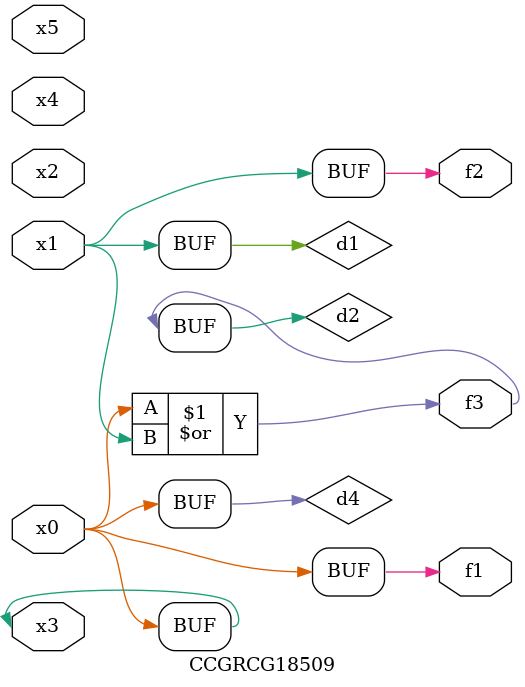
<source format=v>
module CCGRCG18509(
	input x0, x1, x2, x3, x4, x5,
	output f1, f2, f3
);

	wire d1, d2, d3, d4;

	and (d1, x1);
	or (d2, x0, x1);
	nand (d3, x0, x5);
	buf (d4, x0, x3);
	assign f1 = d4;
	assign f2 = d1;
	assign f3 = d2;
endmodule

</source>
